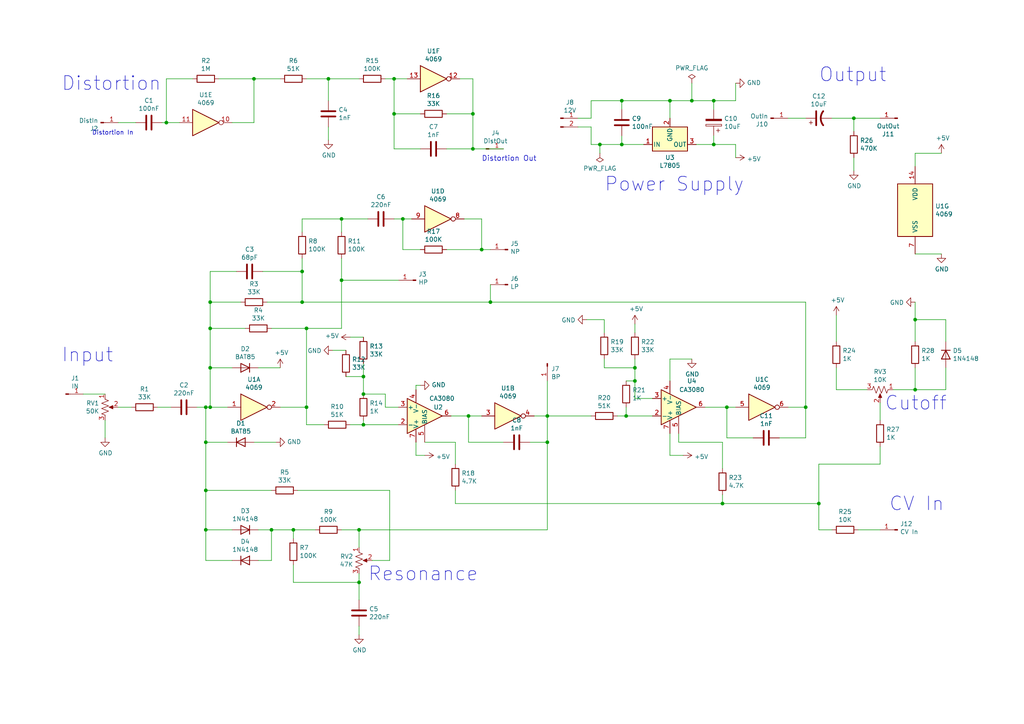
<source format=kicad_sch>
(kicad_sch (version 20230121) (generator eeschema)
  (paper "A4")
  (title_block (title "EDP Wasp VCF (+5V) ") (date "2019-12-19") (rev "0.1") (company "D Q McDonald") (comment 1 "Based on design by Juergen Haible"))
  (lib_symbols
    (symbol "4xxx:4069" (pin_names (offset 1.016))
      (property "Reference" "U" (at 0 1.27 0))
      (property "Value" "4069" (at 0 -1.27 0))
      (symbol "4069_1_0"
        (polyline (pts (xy -3.81 3.81) (xy -3.81 -3.81) (xy 3.81 0) (xy -3.81 3.81)) (stroke (width 0.254)) (fill (type background)))
        (pin input line (at -7.62 0 0) (length 3.81) (name "~") (number "1"))
        (pin output inverted (at 7.62 0 180) (length 3.81) (name "~") (number "2"))
      )
      (symbol "4069_2_0"
        (polyline (pts (xy -3.81 3.81) (xy -3.81 -3.81) (xy 3.81 0) (xy -3.81 3.81)) (stroke (width 0.254)) (fill (type background)))
        (pin input line (at -7.62 0 0) (length 3.81) (name "~") (number "3"))
        (pin output inverted (at 7.62 0 180) (length 3.81) (name "~") (number "4"))
      )
      (symbol "4069_3_0"
        (polyline (pts (xy -3.81 3.81) (xy -3.81 -3.81) (xy 3.81 0) (xy -3.81 3.81)) (stroke (width 0.254)) (fill (type background)))
        (pin input line (at -7.62 0 0) (length 3.81) (name "~") (number "5"))
        (pin output inverted (at 7.62 0 180) (length 3.81) (name "~") (number "6"))
      )
      (symbol "4069_4_0"
        (polyline (pts (xy -3.81 3.81) (xy -3.81 -3.81) (xy 3.81 0) (xy -3.81 3.81)) (stroke (width 0.254)) (fill (type background)))
        (pin output inverted (at 7.62 0 180) (length 3.81) (name "~") (number "8"))
        (pin input line (at -7.62 0 0) (length 3.81) (name "~") (number "9"))
      )
      (symbol "4069_5_0"
        (polyline (pts (xy -3.81 3.81) (xy -3.81 -3.81) (xy 3.81 0) (xy -3.81 3.81)) (stroke (width 0.254)) (fill (type background)))
        (pin output inverted (at 7.62 0 180) (length 3.81) (name "~") (number "10"))
        (pin input line (at -7.62 0 0) (length 3.81) (name "~") (number "11"))
      )
      (symbol "4069_6_0"
        (polyline (pts (xy -3.81 3.81) (xy -3.81 -3.81) (xy 3.81 0) (xy -3.81 3.81)) (stroke (width 0.254)) (fill (type background)))
        (pin output inverted (at 7.62 0 180) (length 3.81) (name "~") (number "12"))
        (pin input line (at -7.62 0 0) (length 3.81) (name "~") (number "13"))
      )
      (symbol "4069_7_0"
        (pin power_in line (at 0 12.7 270) (length 5.08) (name "VDD") (number "14"))
        (pin power_in line (at 0 -12.7 90) (length 5.08) (name "VSS") (number "7"))
      )
      (symbol "4069_7_1"
        (rectangle (start -5.08 7.62) (end 5.08 -7.62) (stroke (width 0.254)) (fill (type background)))
      )
    )
    (symbol "Amplifier_Operational:CA3080" (pin_names (offset 0.127))
      (property "Reference" "U" (at 1.27 3.81 0))
      (property "Value" "CA3080" (at 1.27 -3.81 0))
      (symbol "CA3080_0_1"
        (polyline (pts (xy 5.08 0) (xy -5.08 -5.08) (xy -5.08 5.08) (xy 5.08 0)) (stroke (width 0.254)) (fill (type background)))
      )
      (symbol "CA3080_1_1"
        (pin no_connect line (at -2.54 2.54 270) (length 2.54) hide (name "NC") (number "1"))
        (pin input line (at -7.62 2.54 0) (length 2.54) (name "-") (number "2"))
        (pin input line (at -7.62 -2.54 0) (length 2.54) (name "+") (number "3"))
        (pin power_in line (at -2.54 -7.62 90) (length 3.81) (name "V-") (number "4"))
        (pin passive line (at 0 7.62 270) (length 5.08) (name "BIAS") (number "5"))
        (pin output line (at 7.62 0 180) (length 2.54) (name "~") (number "6"))
        (pin power_in line (at -2.54 7.62 270) (length 3.81) (name "V+") (number "7"))
        (pin no_connect line (at 0 2.54 270) (length 2.54) hide (name "NC") (number "8"))
      )
    )
    (symbol "Device:C" (pin_numbers hide) (pin_names (offset 0.254))
      (property "Reference" "C" (at 0.635 2.54 0))
      (property "Value" "C" (at 0.635 -2.54 0))
      (symbol "C_0_1"
        (polyline (pts (xy -2.032 -0.762) (xy 2.032 -0.762)) (stroke (width 0.508)))
        (polyline (pts (xy -2.032 0.762) (xy 2.032 0.762)) (stroke (width 0.508)))
      )
      (symbol "C_1_1"
        (pin passive line (at 0 3.81 270) (length 2.794) (name "~") (number "1"))
        (pin passive line (at 0 -3.81 90) (length 2.794) (name "~") (number "2"))
      )
    )
    (symbol "Device:D" (pin_numbers hide) (pin_names (offset 1.016) hide)
      (property "Reference" "D" (at 0 2.54 0))
      (property "Value" "D" (at 0 -2.54 0))
      (symbol "D_0_1"
        (polyline (pts (xy -1.27 1.27) (xy -1.27 -1.27)) (stroke (width 0.254)))
        (polyline (pts (xy 1.27 0) (xy -1.27 0)))
        (polyline (pts (xy 1.27 1.27) (xy 1.27 -1.27) (xy -1.27 0) (xy 1.27 1.27)) (stroke (width 0.254)))
      )
      (symbol "D_1_1"
        (pin passive line (at -3.81 0 0) (length 2.54) (name "K") (number "1"))
        (pin passive line (at 3.81 0 180) (length 2.54) (name "A") (number "2"))
      )
    )
    (symbol "Device:R" (pin_numbers hide) (pin_names (offset 0))
      (property "Reference" "R" (at 2.032 0 90))
      (property "Value" "R" (at 0 0 90))
      (symbol "R_0_1"
        (rectangle (start -1.016 -2.54) (end 1.016 2.54) (stroke (width 0.254)))
      )
      (symbol "R_1_1"
        (pin passive line (at 0 3.81 270) (length 1.27) (name "~") (number "1"))
        (pin passive line (at 0 -3.81 90) (length 1.27) (name "~") (number "2"))
      )
    )
    (symbol "Regulator_Linear:L7805" (pin_names (offset 0.254))
      (property "Reference" "U" (at -3.81 3.175 0))
      (property "Value" "L7805" (at 0 3.175 0))
      (symbol "L7805_0_1"
        (rectangle (start -5.08 1.905) (end 5.08 -5.08) (stroke (width 0.254)) (fill (type background)))
      )
      (symbol "L7805_1_1"
        (pin power_in line (at -7.62 0 0) (length 2.54) (name "IN") (number "1"))
        (pin power_in line (at 0 -7.62 90) (length 2.54) (name "GND") (number "2"))
        (pin power_out line (at 7.62 0 180) (length 2.54) (name "OUT") (number "3"))
      )
    )
    (symbol "WaspVCF-rescue:CP-Device" (pin_numbers hide) (pin_names (offset 0.254))
      (property "Reference" "C" (at 0.635 2.54 0))
      (property "Value" "Device_CP" (at 0.635 -2.54 0))
      (symbol "CP-Device_0_1"
        (rectangle (start -2.286 0.508) (end 2.286 1.016))
        (polyline (pts (xy -1.778 2.286) (xy -0.762 2.286)))
        (polyline (pts (xy -1.27 2.794) (xy -1.27 1.778)))
        (rectangle (start 2.286 -0.508) (end -2.286 -1.016) (fill (type outline)))
      )
      (symbol "CP-Device_1_1"
        (pin passive line (at 0 3.81 270) (length 2.794) (name "~") (number "1"))
        (pin passive line (at 0 -3.81 90) (length 2.794) (name "~") (number "2"))
      )
    )
    (symbol "WaspVCF-rescue:CP1-Device" (pin_numbers hide) (pin_names (offset 0.254) hide)
      (property "Reference" "C" (at 0.635 2.54 0))
      (property "Value" "Device_CP1" (at 0.635 -2.54 0))
      (symbol "CP1-Device_0_1"
        (polyline (pts (xy -2.032 0.762) (xy 2.032 0.762)) (stroke (width 0.508)))
        (polyline (pts (xy -1.778 2.286) (xy -0.762 2.286)))
        (polyline (pts (xy -1.27 1.778) (xy -1.27 2.794)))
        (arc (start 2.032 -1.27) (mid 0 -0.5572) (end -2.032 -1.27) (stroke (width 0.508)))
      )
      (symbol "CP1-Device_1_1"
        (pin passive line (at 0 3.81 270) (length 2.794) (name "~") (number "1"))
        (pin passive line (at 0 -3.81 90) (length 3.302) (name "~") (number "2"))
      )
    )
    (symbol "WaspVCF-rescue:Conn_01x01_Male-Connector" (pin_names (offset 1.016) hide)
      (property "Reference" "J" (at 0 2.54 0))
      (property "Value" "Connector_Conn_01x01_Male" (at 0 -2.54 0))
      (symbol "Conn_01x01_Male-Connector_1_1"
        (polyline (pts (xy 1.27 0) (xy 0.8636 0)) (stroke (width 0.1524)))
        (rectangle (start 0.8636 0.127) (end 0 -0.127) (stroke (width 0.1524)) (fill (type outline)))
        (pin passive line (at 5.08 0 180) (length 3.81) (name "Pin_1") (number "1"))
      )
    )
    (symbol "WaspVCF-rescue:Conn_01x02_Male-Connector" (pin_names (offset 1.016) hide)
      (property "Reference" "J" (at 0 2.54 0))
      (property "Value" "Connector_Conn_01x02_Male" (at 0 -5.08 0))
      (symbol "Conn_01x02_Male-Connector_1_1"
        (polyline (pts (xy 1.27 -2.54) (xy 0.8636 -2.54)) (stroke (width 0.1524)))
        (polyline (pts (xy 1.27 0) (xy 0.8636 0)) (stroke (width 0.1524)))
        (rectangle (start 0.8636 -2.413) (end 0 -2.667) (stroke (width 0.1524)) (fill (type outline)))
        (rectangle (start 0.8636 0.127) (end 0 -0.127) (stroke (width 0.1524)) (fill (type outline)))
        (pin passive line (at 5.08 0 180) (length 3.81) (name "Pin_1") (number "1"))
        (pin passive line (at 5.08 -2.54 180) (length 3.81) (name "Pin_2") (number "2"))
      )
    )
    (symbol "WaspVCF-rescue:R_POT_US-Device" (pin_names (offset 1.016) hide)
      (property "Reference" "RV" (at -4.445 0 90))
      (property "Value" "Device_R_POT_US" (at -2.54 0 90))
      (symbol "R_POT_US-Device_0_1"
        (polyline (pts (xy 0 -2.286) (xy 0 -2.54)))
        (polyline (pts (xy 0 2.54) (xy 0 2.286)))
        (polyline (pts (xy 2.54 0) (xy 1.524 0)))
        (polyline (pts (xy 1.143 0) (xy 2.286 0.508) (xy 2.286 -0.508) (xy 1.143 0)) (fill (type outline)))
        (polyline (pts (xy 0 -0.762) (xy 1.016 -1.143) (xy 0 -1.524) (xy -1.016 -1.905) (xy 0 -2.286)))
        (polyline (pts (xy 0 0.762) (xy 1.016 0.381) (xy 0 0) (xy -1.016 -0.381) (xy 0 -0.762)))
        (polyline (pts (xy 0 2.286) (xy 1.016 1.905) (xy 0 1.524) (xy -1.016 1.143) (xy 0 0.762)))
      )
      (symbol "R_POT_US-Device_1_1"
        (pin passive line (at 0 3.81 270) (length 1.27) (name "1") (number "1"))
        (pin passive line (at 3.81 0 180) (length 1.27) (name "2") (number "2"))
        (pin passive line (at 0 -3.81 90) (length 1.27) (name "3") (number "3"))
      )
    )
    (symbol "power:+5V" (power) (pin_names (offset 0))
      (property "Value" "+5V" (at 0 3.556 0))
      (symbol "+5V_0_1"
        (polyline (pts (xy -0.762 1.27) (xy 0 2.54)))
        (polyline (pts (xy 0 0) (xy 0 2.54)))
        (polyline (pts (xy 0 2.54) (xy 0.762 1.27)))
      )
      (symbol "+5V_1_1"
        (pin power_in line (at 0 0 90) (length 0) hide (name "+5V") (number "1"))
      )
    )
    (symbol "power:GND" (power) (pin_names (offset 0))
      (property "Value" "GND" (at 0 -3.81 0))
      (symbol "GND_0_1"
        (polyline (pts (xy 0 0) (xy 0 -1.27) (xy 1.27 -1.27) (xy 0 -2.54) (xy -1.27 -1.27) (xy 0 -1.27)))
      )
      (symbol "GND_1_1"
        (pin power_in line (at 0 0 270) (length 0) hide (name "GND") (number "1"))
      )
    )
    (symbol "power:PWR_FLAG" (power) (pin_numbers hide) (pin_names (offset 0) hide)
      (property "Value" "PWR_FLAG" (at 0 3.81 0))
      (symbol "PWR_FLAG_0_0"
        (pin power_out line (at 0 0 90) (length 0) (name "pwr") (number "1"))
      )
      (symbol "PWR_FLAG_0_1"
        (polyline (pts (xy 0 0) (xy 0 1.27) (xy -1.016 1.905) (xy 0 2.54) (xy 1.016 1.905) (xy 0 1.27)))
      )
    )
  )
  (junction (at 184.15 110.49))
  (junction (at 105.41 123.19))
  (junction (at 87.63 78.74))
  (junction (at 99.06 63.5))
  (junction (at 200.66 29.21))
  (junction (at 60.96 87.63))
  (junction (at 265.43 92.71))
  (junction (at 73.66 22.86))
  (junction (at 78.74 153.67))
  (junction (at 104.14 168.91))
  (junction (at 99.06 81.28))
  (junction (at 88.9 95.25))
  (junction (at 233.68 118.11))
  (junction (at 105.41 114.3))
  (junction (at 88.9 118.11))
  (junction (at 265.43 113.03))
  (junction (at 247.65 34.29))
  (junction (at 59.69 118.11))
  (junction (at 207.01 29.21))
  (junction (at 104.14 153.67))
  (junction (at 85.09 153.67))
  (junction (at 60.96 95.25))
  (junction (at 114.3 33.02))
  (junction (at 59.69 153.67))
  (junction (at 105.41 109.22))
  (junction (at 87.63 87.63))
  (junction (at 60.96 106.68))
  (junction (at 180.34 41.91))
  (junction (at 59.69 128.27))
  (junction (at 114.3 22.86))
  (junction (at 180.34 29.21))
  (junction (at 158.75 128.27))
  (junction (at 116.84 63.5))
  (junction (at 137.16 43.18))
  (junction (at 210.82 118.11))
  (junction (at 142.24 87.63))
  (junction (at 209.55 146.05))
  (junction (at 60.96 118.11))
  (junction (at 184.15 106.68))
  (junction (at 194.31 29.21))
  (junction (at 95.25 22.86))
  (junction (at 207.01 41.91))
  (junction (at 48.26 35.56))
  (junction (at 181.61 120.65))
  (junction (at 173.99 41.91))
  (junction (at 139.7 72.39))
  (junction (at 237.49 146.05))
  (junction (at 59.69 142.24))
  (junction (at 135.89 120.65))
  (junction (at 137.16 33.02))
  (junction (at 158.75 120.65))
  (wire (pts (xy 101.6 123.19) (xy 105.41 123.19)))
  (wire (pts (xy 171.45 36.83) (xy 167.64 36.83)))
  (wire (pts (xy 115.57 118.11) (xy 111.76 118.11)))
  (wire (pts (xy 184.15 110.49) (xy 184.15 115.57)))
  (wire (pts (xy 184.15 96.52) (xy 184.15 93.98)))
  (wire (pts (xy 180.34 29.21) (xy 194.31 29.21)))
  (wire (pts (xy 200.66 29.21) (xy 200.66 24.13)))
  (wire (pts (xy 209.55 143.51) (xy 209.55 146.05)))
  (wire (pts (xy 265.43 92.71) (xy 265.43 87.63)))
  (wire (pts (xy 78.74 95.25) (xy 88.9 95.25)))
  (wire (pts (xy 233.68 118.11) (xy 228.6 118.11)))
  (wire (pts (xy 200.66 29.21) (xy 207.01 29.21)))
  (wire (pts (xy 171.45 41.91) (xy 171.45 36.83)))
  (wire (pts (xy 132.08 128.27) (xy 132.08 134.62)))
  (wire (pts (xy 120.65 113.03) (xy 120.65 111.76)))
  (wire (pts (xy 104.14 168.91) (xy 104.14 173.99)))
  (wire (pts (xy 73.66 22.86) (xy 73.66 35.56)))
  (wire (pts (xy 99.06 63.5) (xy 106.68 63.5)))
  (wire (pts (xy 201.93 41.91) (xy 207.01 41.91)))
  (wire (pts (xy 123.19 128.27) (xy 132.08 128.27)))
  (wire (pts (xy 184.15 106.68) (xy 175.26 106.68)))
  (wire (pts (xy 242.57 113.03) (xy 242.57 106.68)))
  (wire (pts (xy 74.93 106.68) (xy 81.28 106.68)))
  (wire (pts (xy 57.15 118.11) (xy 59.69 118.11)))
  (wire (pts (xy 194.31 104.14) (xy 200.66 104.14)))
  (wire (pts (xy 88.9 95.25) (xy 99.06 95.25)))
  (wire (pts (xy 48.26 35.56) (xy 48.26 22.86)))
  (wire (pts (xy 104.14 168.91) (xy 85.09 168.91)))
  (wire (pts (xy 137.16 22.86) (xy 133.35 22.86)))
  (wire (pts (xy 73.66 22.86) (xy 81.28 22.86)))
  (wire (pts (xy 59.69 153.67) (xy 59.69 162.56)))
  (wire (pts (xy 48.26 22.86) (xy 55.88 22.86)))
  (wire (pts (xy 104.14 153.67) (xy 158.75 153.67)))
  (wire (pts (xy 241.3 34.29) (xy 247.65 34.29)))
  (wire (pts (xy 116.84 72.39) (xy 121.92 72.39)))
  (wire (pts (xy 78.74 153.67) (xy 85.09 153.67)))
  (wire (pts (xy 129.54 33.02) (xy 137.16 33.02)))
  (wire (pts (xy 158.75 120.65) (xy 158.75 128.27)))
  (wire (pts (xy 60.96 106.68) (xy 67.31 106.68)))
  (wire (pts (xy 179.07 120.65) (xy 181.61 120.65)))
  (wire (pts (xy 30.48 121.92) (xy 30.48 127)))
  (wire (pts (xy 95.25 36.83) (xy 95.25 40.64)))
  (wire (pts (xy 207.01 29.21) (xy 213.36 29.21)))
  (wire (pts (xy 132.08 146.05) (xy 209.55 146.05)))
  (wire (pts (xy 207.01 41.91) (xy 207.01 39.37)))
  (wire (pts (xy 137.16 33.02) (xy 137.16 22.86)))
  (wire (pts (xy 113.03 162.56) (xy 113.03 142.24)))
  (wire (pts (xy 60.96 87.63) (xy 69.85 87.63)))
  (wire (pts (xy 135.89 120.65) (xy 135.89 128.27)))
  (wire (pts (xy 114.3 22.86) (xy 114.3 33.02)))
  (wire (pts (xy 100.33 101.6) (xy 96.52 101.6)))
  (wire (pts (xy 158.75 120.65) (xy 158.75 110.49)))
  (wire (pts (xy 233.68 118.11) (xy 233.68 87.63)))
  (wire (pts (xy 194.31 125.73) (xy 194.31 132.08)))
  (wire (pts (xy 129.54 72.39) (xy 139.7 72.39)))
  (wire (pts (xy 60.96 95.25) (xy 71.12 95.25)))
  (wire (pts (xy 181.61 110.49) (xy 184.15 110.49)))
  (wire (pts (xy 104.14 181.61) (xy 104.14 184.15)))
  (wire (pts (xy 139.7 72.39) (xy 142.24 72.39)))
  (wire (pts (xy 78.74 162.56) (xy 78.74 153.67)))
  (wire (pts (xy 248.92 153.67) (xy 255.27 153.67)))
  (wire (pts (xy 228.6 34.29) (xy 233.68 34.29)))
  (wire (pts (xy 60.96 106.68) (xy 60.96 118.11)))
  (wire (pts (xy 77.47 87.63) (xy 87.63 87.63)))
  (wire (pts (xy 171.45 34.29) (xy 167.64 34.29)))
  (wire (pts (xy 59.69 128.27) (xy 59.69 142.24)))
  (wire (pts (xy 99.06 63.5) (xy 99.06 67.31)))
  (wire (pts (xy 88.9 123.19) (xy 93.98 123.19)))
  (wire (pts (xy 95.25 22.86) (xy 95.25 29.21)))
  (wire (pts (xy 78.74 153.67) (xy 74.93 153.67)))
  (wire (pts (xy 48.26 35.56) (xy 46.99 35.56)))
  (wire (pts (xy 209.55 146.05) (xy 237.49 146.05)))
  (wire (pts (xy 274.32 92.71) (xy 274.32 99.06)))
  (wire (pts (xy 104.14 166.37) (xy 104.14 168.91)))
  (wire (pts (xy 259.08 113.03) (xy 265.43 113.03)))
  (wire (pts (xy 59.69 153.67) (xy 67.31 153.67)))
  (wire (pts (xy 175.26 92.71) (xy 170.18 92.71)))
  (wire (pts (xy 233.68 127) (xy 233.68 118.11)))
  (wire (pts (xy 105.41 109.22) (xy 100.33 109.22)))
  (wire (pts (xy 175.26 96.52) (xy 175.26 92.71)))
  (wire (pts (xy 24.13 114.3) (xy 30.48 114.3)))
  (wire (pts (xy 132.08 142.24) (xy 132.08 146.05)))
  (wire (pts (xy 60.96 87.63) (xy 60.96 95.25)))
  (wire (pts (xy 113.03 142.24) (xy 86.36 142.24)))
  (wire (pts (xy 247.65 34.29) (xy 247.65 38.1)))
  (wire (pts (xy 105.41 109.22) (xy 105.41 105.41)))
  (wire (pts (xy 184.15 110.49) (xy 184.15 106.68)))
  (wire (pts (xy 265.43 113.03) (xy 274.32 113.03)))
  (wire (pts (xy 114.3 22.86) (xy 118.11 22.86)))
  (wire (pts (xy 60.96 118.11) (xy 66.04 118.11)))
  (wire (pts (xy 59.69 128.27) (xy 66.04 128.27)))
  (wire (pts (xy 196.85 125.73) (xy 196.85 128.27)))
  (wire (pts (xy 87.63 63.5) (xy 99.06 63.5)))
  (wire (pts (xy 154.94 120.65) (xy 158.75 120.65)))
  (wire (pts (xy 181.61 120.65) (xy 181.61 118.11)))
  (wire (pts (xy 85.09 153.67) (xy 91.44 153.67)))
  (wire (pts (xy 95.25 22.86) (xy 104.14 22.86)))
  (wire (pts (xy 135.89 120.65) (xy 139.7 120.65)))
  (wire (pts (xy 184.15 106.68) (xy 184.15 104.14)))
  (wire (pts (xy 87.63 67.31) (xy 87.63 63.5)))
  (wire (pts (xy 135.89 128.27) (xy 146.05 128.27)))
  (wire (pts (xy 175.26 106.68) (xy 175.26 104.14)))
  (wire (pts (xy 59.69 162.56) (xy 67.31 162.56)))
  (wire (pts (xy 107.95 162.56) (xy 113.03 162.56)))
  (wire (pts (xy 247.65 45.72) (xy 247.65 49.53)))
  (wire (pts (xy 105.41 123.19) (xy 115.57 123.19)))
  (wire (pts (xy 88.9 22.86) (xy 95.25 22.86)))
  (wire (pts (xy 237.49 134.62) (xy 237.49 146.05)))
  (wire (pts (xy 105.41 123.19) (xy 105.41 121.92)))
  (wire (pts (xy 153.67 128.27) (xy 158.75 128.27)))
  (wire (pts (xy 137.16 43.18) (xy 137.16 33.02)))
  (wire (pts (xy 213.36 41.91) (xy 213.36 45.72)))
  (wire (pts (xy 59.69 128.27) (xy 59.69 118.11)))
  (wire (pts (xy 181.61 120.65) (xy 189.23 120.65)))
  (wire (pts (xy 237.49 134.62) (xy 255.27 134.62)))
  (wire (pts (xy 114.3 33.02) (xy 121.92 33.02)))
  (wire (pts (xy 120.65 132.08) (xy 123.19 132.08)))
  (wire (pts (xy 142.24 87.63) (xy 142.24 82.55)))
  (wire (pts (xy 207.01 41.91) (xy 213.36 41.91)))
  (wire (pts (xy 99.06 81.28) (xy 99.06 95.25)))
  (wire (pts (xy 173.99 41.91) (xy 173.99 44.45)))
  (wire (pts (xy 87.63 78.74) (xy 87.63 87.63)))
  (wire (pts (xy 120.65 111.76) (xy 121.92 111.76)))
  (wire (pts (xy 210.82 127) (xy 218.44 127)))
  (wire (pts (xy 237.49 146.05) (xy 237.49 153.67)))
  (wire (pts (xy 116.84 63.5) (xy 116.84 72.39)))
  (wire (pts (xy 111.76 118.11) (xy 111.76 114.3)))
  (wire (pts (xy 114.3 33.02) (xy 114.3 43.18)))
  (wire (pts (xy 63.5 22.86) (xy 73.66 22.86)))
  (wire (pts (xy 242.57 99.06) (xy 242.57 91.44)))
  (wire (pts (xy 60.96 87.63) (xy 60.96 78.74)))
  (wire (pts (xy 88.9 118.11) (xy 88.9 123.19)))
  (wire (pts (xy 34.29 118.11) (xy 38.1 118.11)))
  (wire (pts (xy 74.93 162.56) (xy 78.74 162.56)))
  (wire (pts (xy 194.31 132.08) (xy 198.12 132.08)))
  (wire (pts (xy 142.24 87.63) (xy 87.63 87.63)))
  (wire (pts (xy 180.34 39.37) (xy 180.34 41.91)))
  (wire (pts (xy 265.43 73.66) (xy 273.05 73.66)))
  (wire (pts (xy 134.62 63.5) (xy 139.7 63.5)))
  (wire (pts (xy 45.72 118.11) (xy 49.53 118.11)))
  (wire (pts (xy 52.07 35.56) (xy 48.26 35.56)))
  (wire (pts (xy 233.68 87.63) (xy 142.24 87.63)))
  (wire (pts (xy 158.75 153.67) (xy 158.75 128.27)))
  (wire (pts (xy 226.06 127) (xy 233.68 127)))
  (wire (pts (xy 111.76 114.3) (xy 105.41 114.3)))
  (wire (pts (xy 247.65 34.29) (xy 255.27 34.29)))
  (wire (pts (xy 114.3 63.5) (xy 116.84 63.5)))
  (wire (pts (xy 255.27 121.92) (xy 255.27 116.84)))
  (wire (pts (xy 209.55 135.89) (xy 209.55 128.27)))
  (wire (pts (xy 87.63 78.74) (xy 87.63 74.93)))
  (wire (pts (xy 213.36 29.21) (xy 213.36 24.13)))
  (wire (pts (xy 105.41 114.3) (xy 105.41 109.22)))
  (wire (pts (xy 85.09 168.91) (xy 85.09 163.83)))
  (wire (pts (xy 265.43 92.71) (xy 265.43 99.06)))
  (wire (pts (xy 171.45 41.91) (xy 173.99 41.91)))
  (wire (pts (xy 210.82 118.11) (xy 213.36 118.11)))
  (wire (pts (xy 251.46 113.03) (xy 242.57 113.03)))
  (wire (pts (xy 111.76 22.86) (xy 114.3 22.86)))
  (wire (pts (xy 87.63 78.74) (xy 76.2 78.74)))
  (wire (pts (xy 139.7 63.5) (xy 139.7 72.39)))
  (wire (pts (xy 158.75 120.65) (xy 171.45 120.65)))
  (wire (pts (xy 129.54 43.18) (xy 137.16 43.18)))
  (wire (pts (xy 274.32 113.03) (xy 274.32 106.68)))
  (wire (pts (xy 85.09 153.67) (xy 85.09 156.21)))
  (wire (pts (xy 171.45 29.21) (xy 180.34 29.21)))
  (wire (pts (xy 73.66 128.27) (xy 80.01 128.27)))
  (wire (pts (xy 99.06 81.28) (xy 115.57 81.28)))
  (wire (pts (xy 171.45 29.21) (xy 171.45 34.29)))
  (wire (pts (xy 60.96 78.74) (xy 68.58 78.74)))
  (wire (pts (xy 73.66 35.56) (xy 67.31 35.56)))
  (wire (pts (xy 265.43 48.26) (xy 265.43 44.45)))
  (wire (pts (xy 60.96 95.25) (xy 60.96 106.68)))
  (wire (pts (xy 137.16 43.18) (xy 146.05 43.18)))
  (wire (pts (xy 180.34 31.75) (xy 180.34 29.21)))
  (wire (pts (xy 99.06 74.93) (xy 99.06 81.28)))
  (wire (pts (xy 210.82 118.11) (xy 210.82 127)))
  (wire (pts (xy 99.06 153.67) (xy 104.14 153.67)))
  (wire (pts (xy 130.81 120.65) (xy 135.89 120.65)))
  (wire (pts (xy 204.47 118.11) (xy 210.82 118.11)))
  (wire (pts (xy 114.3 43.18) (xy 121.92 43.18)))
  (wire (pts (xy 120.65 128.27) (xy 120.65 132.08)))
  (wire (pts (xy 59.69 142.24) (xy 78.74 142.24)))
  (wire (pts (xy 237.49 153.67) (xy 241.3 153.67)))
  (wire (pts (xy 255.27 134.62) (xy 255.27 129.54)))
  (wire (pts (xy 184.15 115.57) (xy 189.23 115.57)))
  (wire (pts (xy 265.43 92.71) (xy 274.32 92.71)))
  (wire (pts (xy 104.14 153.67) (xy 104.14 158.75)))
  (wire (pts (xy 265.43 113.03) (xy 265.43 106.68)))
  (wire (pts (xy 105.41 97.79) (xy 101.6 97.79)))
  (wire (pts (xy 59.69 118.11) (xy 60.96 118.11)))
  (wire (pts (xy 34.29 35.56) (xy 39.37 35.56)))
  (wire (pts (xy 173.99 41.91) (xy 180.34 41.91)))
  (wire (pts (xy 59.69 142.24) (xy 59.69 153.67)))
  (wire (pts (xy 194.31 34.29) (xy 194.31 29.21)))
  (wire (pts (xy 194.31 29.21) (xy 200.66 29.21)))
  (wire (pts (xy 180.34 41.91) (xy 186.69 41.91)))
  (wire (pts (xy 88.9 118.11) (xy 88.9 95.25)))
  (wire (pts (xy 116.84 63.5) (xy 119.38 63.5)))
  (wire (pts (xy 81.28 118.11) (xy 88.9 118.11)))
  (wire (pts (xy 207.01 29.21) (xy 207.01 31.75)))
  (wire (pts (xy 265.43 44.45) (xy 273.05 44.45)))
  (wire (pts (xy 196.85 128.27) (xy 209.55 128.27)))
  (wire (pts (xy 194.31 110.49) (xy 194.31 104.14)))
  (text "Input" (at 17.78 105.41 0) (effects (font (size 3.9878 3.9878)) (justify left bottom)))
  (text "Distortion In" (at 26.67 39.37 0) (effects (font (size 1.27 1.27)) (justify left bottom)))
  (text "CV In" (at 257.81 148.59 0) (effects (font (size 3.9878 3.9878)) (justify left bottom)))
  (text "Distortion Out" (at 139.7 46.99 0) (effects (font (size 1.4986 1.4986)) (justify left bottom)))
  (text "Distortion" (at 17.78 26.67 0) (effects (font (size 3.9878 3.9878)) (justify left bottom)))
  (text "Cutoff" (at 256.54 119.38 0) (effects (font (size 3.9878 3.9878)) (justify left bottom)))
  (text "Resonance" (at 106.68 168.91 0) (effects (font (size 3.9878 3.9878)) (justify left bottom)))
  (text "Power Supply" (at 175.26 55.88 0) (effects (font (size 3.9878 3.9878)) (justify left bottom)))
  (text "Output" (at 237.49 24.13 0) (effects (font (size 3.9878 3.9878)) (justify left bottom)))
  (symbol (lib_id "4xxx:4069") (at 59.69 35.56 0) (unit 5)
    (property "Reference" "U1" (at 59.69 27.5082 0))
    (property "Value" "4069" (at 59.69 29.8196 0))
    (property "Footprint" "Housings_DIP:DIP-14_W7.62mm_Socket_LongPads" (effects hide))
    (property "Datasheet" "http://www.intersil.com/content/dam/Intersil/documents/cd40/cd4069ubms.pdf" (effects hide))
  )
  (symbol (lib_id "Device:C") (at 43.18 35.56 270) (unit 1)
    (property "Reference" "C1" (at 43.18 29.1592 90))
    (property "Value" "100nF" (at 43.18 31.4706 90))
    (property "Footprint" "Capacitors_ThroughHole:C_Disc_D6.0mm_W2.5mm_P5.00mm" (effects hide))
  )
  (symbol (lib_id "WaspVCF-rescue:Conn_01x01_Male-Connector") (at 29.21 35.56 0) (unit 1)
    (property "Reference" "J2" (at 28.4988 37.2872 0) (effects (justify right)))
    (property "Value" "DistIn" (at 28.4988 34.9758 0) (effects (justify right)))
    (property "Footprint" "Pin_Headers:Pin_Header_Straight_1x01_Pitch2.54mm" (effects hide))
  )
  (symbol (lib_id "Device:R") (at 59.69 22.86 270) (unit 1)
    (property "Reference" "R2" (at 59.69 17.6022 90))
    (property "Value" "1M" (at 59.69 19.9136 90))
    (property "Footprint" "Resistors_ThroughHole:R_Axial_DIN0207_L6.3mm_D2.5mm_P7.62mm_Horizontal" (effects hide))
  )
  (symbol (lib_id "Device:R") (at 85.09 22.86 270) (unit 1)
    (property "Reference" "R6" (at 85.09 17.6022 90))
    (property "Value" "51K" (at 85.09 19.9136 90))
    (property "Footprint" "Resistors_ThroughHole:R_Axial_DIN0207_L6.3mm_D2.5mm_P7.62mm_Horizontal" (effects hide))
  )
  (symbol (lib_id "Device:C") (at 95.25 33.02 0) (unit 1)
    (property "Reference" "C4" (at 98.171 31.8516 0) (effects (justify left)))
    (property "Value" "1nF" (at 98.171 34.163 0) (effects (justify left)))
    (property "Footprint" "Capacitors_ThroughHole:C_Disc_D6.0mm_W2.5mm_P5.00mm" (effects hide))
  )
  (symbol (lib_id "power:GND") (at 95.25 40.64 0) (unit 1)
    (property "Reference" "#PWR04" (effects hide))
    (property "Value" "GND" (at 95.377 45.0342 0))
  )
  (symbol (lib_id "Device:R") (at 107.95 22.86 270) (unit 1)
    (property "Reference" "R15" (at 107.95 17.6022 90))
    (property "Value" "100K" (at 107.95 19.9136 90))
    (property "Footprint" "Resistors_ThroughHole:R_Axial_DIN0207_L6.3mm_D2.5mm_P7.62mm_Horizontal" (effects hide))
  )
  (symbol (lib_id "4xxx:4069") (at 125.73 22.86 0) (unit 6)
    (property "Reference" "U1" (at 125.73 14.8082 0))
    (property "Value" "4069" (at 125.73 17.1196 0))
    (property "Footprint" "Housings_DIP:DIP-14_W7.62mm_Socket_LongPads" (effects hide))
    (property "Datasheet" "http://www.intersil.com/content/dam/Intersil/documents/cd40/cd4069ubms.pdf" (effects hide))
  )
  (symbol (lib_id "Device:R") (at 125.73 33.02 270) (unit 1)
    (property "Reference" "R16" (at 125.73 27.7622 90))
    (property "Value" "33K" (at 125.73 30.0736 90))
    (property "Footprint" "Resistors_ThroughHole:R_Axial_DIN0207_L6.3mm_D2.5mm_P7.62mm_Horizontal" (effects hide))
  )
  (symbol (lib_id "Device:C") (at 125.73 43.18 270) (unit 1)
    (property "Reference" "C7" (at 125.73 36.7792 90))
    (property "Value" "1nF" (at 125.73 39.0906 90))
    (property "Footprint" "Capacitors_ThroughHole:C_Disc_D6.0mm_W2.5mm_P5.00mm" (effects hide))
  )
  (symbol (lib_id "WaspVCF-rescue:Conn_01x01_Male-Connector") (at 140.97 43.18 0) (unit 1)
    (property "Reference" "J4" (at 143.7132 38.5826 0))
    (property "Value" "DistOut" (at 143.7132 40.894 0))
    (property "Footprint" "Pin_Headers:Pin_Header_Straight_1x01_Pitch2.54mm" (effects hide))
  )
  (symbol (lib_id "WaspVCF-rescue:Conn_01x01_Male-Connector") (at 223.52 34.29 0) (unit 1)
    (property "Reference" "J10" (at 222.8088 36.0172 0) (effects (justify right)))
    (property "Value" "OutIn" (at 222.8088 33.7058 0) (effects (justify right)))
    (property "Footprint" "Pin_Headers:Pin_Header_Straight_1x01_Pitch2.54mm" (effects hide))
  )
  (symbol (lib_id "WaspVCF-rescue:CP1-Device") (at 237.49 34.29 90) (unit 1)
    (property "Reference" "C12" (at 237.49 27.8892 90))
    (property "Value" "10uF" (at 237.49 30.2006 90))
    (property "Footprint" "Capacitors_ThroughHole:CP_Radial_D5.0mm_P2.50mm" (effects hide))
  )
  (symbol (lib_id "Device:R") (at 247.65 41.91 0) (unit 1)
    (property "Reference" "R26" (at 249.428 40.7416 0) (effects (justify left)))
    (property "Value" "470K" (at 249.428 43.053 0) (effects (justify left)))
    (property "Footprint" "Resistors_ThroughHole:R_Axial_DIN0207_L6.3mm_D2.5mm_P7.62mm_Horizontal" (effects hide))
  )
  (symbol (lib_id "WaspVCF-rescue:Conn_01x01_Male-Connector") (at 260.35 34.29 180) (unit 1)
    (property "Reference" "J11" (at 257.6068 38.8874 0))
    (property "Value" "OutOut" (at 257.6068 36.576 0))
    (property "Footprint" "Pin_Headers:Pin_Header_Straight_1x01_Pitch2.54mm" (effects hide))
  )
  (symbol (lib_id "power:GND") (at 247.65 49.53 0) (unit 1)
    (property "Reference" "#PWR017" (effects hide))
    (property "Value" "GND" (at 247.777 53.9242 0))
  )
  (symbol (lib_id "WaspVCF-rescue:Conn_01x01_Male-Connector") (at 19.05 114.3 0) (unit 1)
    (property "Reference" "J1" (at 21.7932 109.7026 0))
    (property "Value" "IN" (at 21.7932 112.014 0))
    (property "Footprint" "Pin_Headers:Pin_Header_Straight_1x01_Pitch2.54mm" (effects hide))
  )
  (symbol (lib_id "WaspVCF-rescue:R_POT_US-Device") (at 30.48 118.11 0) (unit 1)
    (property "Reference" "RV1" (at 28.7782 116.9416 0) (effects (justify right)))
    (property "Value" "50K" (at 28.7782 119.253 0) (effects (justify right)))
    (property "Footprint" "Pin_Headers:Pin_Header_Straight_1x03_Pitch2.54mm" (effects hide))
  )
  (symbol (lib_id "power:GND") (at 30.48 127 0) (unit 1)
    (property "Reference" "#PWR01" (effects hide))
    (property "Value" "GND" (at 30.607 131.3942 0))
  )
  (symbol (lib_id "Device:R") (at 41.91 118.11 270) (unit 1)
    (property "Reference" "R1" (at 41.91 112.8522 90))
    (property "Value" "33K" (at 41.91 115.1636 90))
    (property "Footprint" "Resistors_ThroughHole:R_Axial_DIN0207_L6.3mm_D2.5mm_P7.62mm_Horizontal" (effects hide))
  )
  (symbol (lib_id "Device:C") (at 53.34 118.11 270) (unit 1)
    (property "Reference" "C2" (at 53.34 111.7092 90))
    (property "Value" "220nF" (at 53.34 114.0206 90))
    (property "Footprint" "Capacitors_ThroughHole:C_Disc_D6.0mm_W2.5mm_P5.00mm" (effects hide))
  )
  (symbol (lib_id "4xxx:4069") (at 73.66 118.11 0) (unit 1)
    (property "Reference" "U1" (at 73.66 110.0582 0))
    (property "Value" "4069" (at 73.66 112.3696 0))
    (property "Footprint" "Housings_DIP:DIP-14_W7.62mm_Socket_LongPads" (effects hide))
    (property "Datasheet" "http://www.intersil.com/content/dam/Intersil/documents/cd40/cd4069ubms.pdf" (effects hide))
  )
  (symbol (lib_id "Device:D") (at 71.12 106.68 180) (unit 1)
    (property "Reference" "D2" (at 71.12 101.1936 0))
    (property "Value" "BAT85" (at 71.12 103.505 0))
    (property "Footprint" "Diodes_ThroughHole:D_T-1_P5.08mm_Horizontal" (effects hide))
  )
  (symbol (lib_id "Device:D") (at 69.85 128.27 0) (unit 1)
    (property "Reference" "D1" (at 69.85 122.7836 0))
    (property "Value" "BAT85" (at 69.85 125.095 0))
    (property "Footprint" "Diodes_ThroughHole:D_T-1_P5.08mm_Horizontal" (effects hide))
  )
  (symbol (lib_id "power:+5V") (at 81.28 106.68 0) (unit 1)
    (property "Reference" "#PWR03" (effects hide))
    (property "Value" "+5V" (at 81.661 102.2858 0))
  )
  (symbol (lib_id "power:GND") (at 80.01 128.27 90) (unit 1)
    (property "Reference" "#PWR02" (effects hide))
    (property "Value" "GND" (at 83.2612 128.143 90) (effects (justify right)))
  )
  (symbol (lib_id "Device:R") (at 74.93 95.25 270) (unit 1)
    (property "Reference" "R4" (at 74.93 89.9922 90))
    (property "Value" "33K" (at 74.93 92.3036 90))
    (property "Footprint" "Resistors_ThroughHole:R_Axial_DIN0207_L6.3mm_D2.5mm_P7.62mm_Horizontal" (effects hide))
  )
  (symbol (lib_id "Device:R") (at 73.66 87.63 270) (unit 1)
    (property "Reference" "R3" (at 73.66 82.3722 90))
    (property "Value" "33K" (at 73.66 84.6836 90))
    (property "Footprint" "Resistors_ThroughHole:R_Axial_DIN0207_L6.3mm_D2.5mm_P7.62mm_Horizontal" (effects hide))
  )
  (symbol (lib_id "Device:C") (at 72.39 78.74 270) (unit 1)
    (property "Reference" "C3" (at 72.39 72.3392 90))
    (property "Value" "68pF" (at 72.39 74.6506 90))
    (property "Footprint" "Capacitors_ThroughHole:C_Disc_D6.0mm_W2.5mm_P5.00mm" (effects hide))
  )
  (symbol (lib_id "Device:R") (at 87.63 71.12 0) (unit 1)
    (property "Reference" "R8" (at 89.408 69.9516 0) (effects (justify left)))
    (property "Value" "100K" (at 89.408 72.263 0) (effects (justify left)))
    (property "Footprint" "Resistors_ThroughHole:R_Axial_DIN0207_L6.3mm_D2.5mm_P7.62mm_Horizontal" (effects hide))
  )
  (symbol (lib_id "Device:C") (at 149.86 128.27 270) (unit 1)
    (property "Reference" "C8" (at 149.86 121.8692 90))
    (property "Value" "1nF" (at 149.86 124.1806 90))
    (property "Footprint" "Capacitors_ThroughHole:C_Disc_D6.0mm_W2.5mm_P5.00mm" (effects hide))
  )
  (symbol (lib_id "Device:R") (at 99.06 71.12 0) (unit 1)
    (property "Reference" "R11" (at 100.838 69.9516 0) (effects (justify left)))
    (property "Value" "100K" (at 100.838 72.263 0) (effects (justify left)))
    (property "Footprint" "Resistors_ThroughHole:R_Axial_DIN0207_L6.3mm_D2.5mm_P7.62mm_Horizontal" (effects hide))
  )
  (symbol (lib_id "Device:C") (at 110.49 63.5 270) (unit 1)
    (property "Reference" "C6" (at 110.49 57.0992 90))
    (property "Value" "220nF" (at 110.49 59.4106 90))
    (property "Footprint" "Capacitors_ThroughHole:C_Disc_D6.0mm_W2.5mm_P5.00mm" (effects hide))
  )
  (symbol (lib_id "4xxx:4069") (at 127 63.5 0) (unit 4)
    (property "Reference" "U1" (at 127 55.4482 0))
    (property "Value" "4069" (at 127 57.7596 0))
    (property "Footprint" "Housings_DIP:DIP-14_W7.62mm_Socket_LongPads" (effects hide))
    (property "Datasheet" "http://www.intersil.com/content/dam/Intersil/documents/cd40/cd4069ubms.pdf" (effects hide))
  )
  (symbol (lib_id "Device:R") (at 125.73 72.39 270) (unit 1)
    (property "Reference" "R17" (at 125.73 67.1322 90))
    (property "Value" "100K" (at 125.73 69.4436 90))
    (property "Footprint" "Resistors_ThroughHole:R_Axial_DIN0207_L6.3mm_D2.5mm_P7.62mm_Horizontal" (effects hide))
  )
  (symbol (lib_id "WaspVCF-rescue:Conn_01x01_Male-Connector") (at 158.75 105.41 270) (unit 1)
    (property "Reference" "J7" (at 159.8676 106.9848 90) (effects (justify left)))
    (property "Value" "BP" (at 159.8676 109.2962 90) (effects (justify left)))
    (property "Footprint" "Pin_Headers:Pin_Header_Straight_1x01_Pitch2.54mm" (effects hide))
  )
  (symbol (lib_id "Device:D") (at 71.12 153.67 180) (unit 1)
    (property "Reference" "D3" (at 71.12 148.1836 0))
    (property "Value" "1N4148" (at 71.12 150.495 0))
    (property "Footprint" "Diodes_ThroughHole:D_T-1_P5.08mm_Horizontal" (effects hide))
  )
  (symbol (lib_id "WaspVCF-rescue:Conn_01x01_Male-Connector") (at 147.32 72.39 180) (unit 1)
    (property "Reference" "J5" (at 148.0312 70.6628 0) (effects (justify right)))
    (property "Value" "NP" (at 148.0312 72.9742 0) (effects (justify right)))
    (property "Footprint" "Pin_Headers:Pin_Header_Straight_1x01_Pitch2.54mm" (effects hide))
  )
  (symbol (lib_id "Device:D") (at 71.12 162.56 0) (unit 1)
    (property "Reference" "D4" (at 71.12 157.0736 0))
    (property "Value" "1N4148" (at 71.12 159.385 0))
    (property "Footprint" "Diodes_ThroughHole:D_T-1_P5.08mm_Horizontal" (effects hide))
  )
  (symbol (lib_id "Device:R") (at 175.26 120.65 270) (unit 1)
    (property "Reference" "R20" (at 175.26 115.3922 90))
    (property "Value" "51K" (at 175.26 117.7036 90))
    (property "Footprint" "Resistors_ThroughHole:R_Axial_DIN0207_L6.3mm_D2.5mm_P7.62mm_Horizontal" (effects hide))
  )
  (symbol (lib_id "Amplifier_Operational:CA3080") (at 196.85 118.11 0) (mirror x) (unit 1)
    (property "Reference" "U4" (at 200.66 110.49 0))
    (property "Value" "CA3080" (at 200.66 113.03 0))
    (property "Footprint" "Housings_DIP:DIP-8_W7.62mm_LongPads" (effects hide))
    (property "Datasheet" "http://www.intersil.com/content/dam/Intersil/documents/ca30/ca3080-a.pdf" (effects hide))
  )
  (symbol (lib_id "Device:R") (at 82.55 142.24 270) (unit 1)
    (property "Reference" "R5" (at 82.55 136.9822 90))
    (property "Value" "33K" (at 82.55 139.2936 90))
    (property "Footprint" "Resistors_ThroughHole:R_Axial_DIN0207_L6.3mm_D2.5mm_P7.62mm_Horizontal" (effects hide))
  )
  (symbol (lib_id "power:+5V") (at 198.12 132.08 270) (unit 1)
    (property "Reference" "#PWR012" (effects hide))
    (property "Value" "+5V" (at 201.3712 132.461 90) (effects (justify left)))
  )
  (symbol (lib_id "Device:R") (at 95.25 153.67 270) (unit 1)
    (property "Reference" "R9" (at 95.25 148.4122 90))
    (property "Value" "100K" (at 95.25 150.7236 90))
    (property "Footprint" "Resistors_ThroughHole:R_Axial_DIN0207_L6.3mm_D2.5mm_P7.62mm_Horizontal" (effects hide))
  )
  (symbol (lib_id "Device:R") (at 132.08 138.43 0) (unit 1)
    (property "Reference" "R18" (at 133.858 137.2616 0) (effects (justify left)))
    (property "Value" "4.7K" (at 133.858 139.573 0) (effects (justify left)))
    (property "Footprint" "Resistors_ThroughHole:R_Axial_DIN0207_L6.3mm_D2.5mm_P7.62mm_Horizontal" (effects hide))
  )
  (symbol (lib_id "Device:R") (at 209.55 139.7 0) (unit 1)
    (property "Reference" "R23" (at 211.328 138.5316 0) (effects (justify left)))
    (property "Value" "4.7K" (at 211.328 140.843 0) (effects (justify left)))
    (property "Footprint" "Resistors_ThroughHole:R_Axial_DIN0207_L6.3mm_D2.5mm_P7.62mm_Horizontal" (effects hide))
  )
  (symbol (lib_id "Device:R") (at 85.09 160.02 0) (unit 1)
    (property "Reference" "R7" (at 86.868 158.8516 0) (effects (justify left)))
    (property "Value" "100K" (at 86.868 161.163 0) (effects (justify left)))
    (property "Footprint" "Resistors_ThroughHole:R_Axial_DIN0207_L6.3mm_D2.5mm_P7.62mm_Horizontal" (effects hide))
  )
  (symbol (lib_id "Device:R") (at 97.79 123.19 270) (unit 1)
    (property "Reference" "R10" (at 97.79 117.9322 90))
    (property "Value" "51K" (at 97.79 120.2436 90))
    (property "Footprint" "Resistors_ThroughHole:R_Axial_DIN0207_L6.3mm_D2.5mm_P7.62mm_Horizontal" (effects hide))
  )
  (symbol (lib_id "Device:R") (at 105.41 118.11 0) (unit 1)
    (property "Reference" "R14" (at 107.188 116.9416 0) (effects (justify left)))
    (property "Value" "1K" (at 107.188 119.253 0) (effects (justify left)))
    (property "Footprint" "Resistors_ThroughHole:R_Axial_DIN0207_L6.3mm_D2.5mm_P7.62mm_Horizontal" (effects hide))
  )
  (symbol (lib_id "4xxx:4069") (at 220.98 118.11 0) (unit 3)
    (property "Reference" "U1" (at 220.98 110.0582 0))
    (property "Value" "4069" (at 220.98 112.3696 0))
    (property "Footprint" "Housings_DIP:DIP-14_W7.62mm_Socket_LongPads" (effects hide))
    (property "Datasheet" "http://www.intersil.com/content/dam/Intersil/documents/cd40/cd4069ubms.pdf" (effects hide))
  )
  (symbol (lib_id "Amplifier_Operational:CA3080") (at 123.19 120.65 0) (mirror x) (unit 1)
    (property "Reference" "U2" (at 125.73 118.11 0) (effects (justify left)))
    (property "Value" "CA3080" (at 124.46 115.57 0) (effects (justify left)))
    (property "Footprint" "Housings_DIP:DIP-8_W7.62mm_Socket_LongPads" (effects hide))
    (property "Datasheet" "http://www.intersil.com/content/dam/Intersil/documents/ca30/ca3080-a.pdf" (effects hide))
  )
  (symbol (lib_id "WaspVCF-rescue:R_POT_US-Device") (at 104.14 162.56 0) (unit 1)
    (property "Reference" "RV2" (at 102.4382 161.3916 0) (effects (justify right)))
    (property "Value" "47K" (at 102.4382 163.703 0) (effects (justify right)))
    (property "Footprint" "Pin_Headers:Pin_Header_Straight_1x03_Pitch2.54mm" (effects hide))
  )
  (symbol (lib_id "Device:C") (at 222.25 127 270) (unit 1)
    (property "Reference" "C11" (at 222.25 120.5992 90))
    (property "Value" "1nF" (at 222.25 122.9106 90))
    (property "Footprint" "Capacitors_ThroughHole:C_Disc_D6.0mm_W2.5mm_P5.00mm" (effects hide))
  )
  (symbol (lib_id "Device:C") (at 104.14 177.8 0) (unit 1)
    (property "Reference" "C5" (at 107.061 176.6316 0) (effects (justify left)))
    (property "Value" "220nF" (at 107.061 178.943 0) (effects (justify left)))
    (property "Footprint" "Capacitors_ThroughHole:C_Disc_D6.0mm_W2.5mm_P5.00mm" (effects hide))
  )
  (symbol (lib_id "Device:R") (at 245.11 153.67 270) (unit 1)
    (property "Reference" "R25" (at 245.11 148.4122 90))
    (property "Value" "10K" (at 245.11 150.7236 90))
    (property "Footprint" "Resistors_ThroughHole:R_Axial_DIN0207_L6.3mm_D2.5mm_P7.62mm_Horizontal" (effects hide))
  )
  (symbol (lib_id "power:+5V") (at 123.19 132.08 270) (unit 1)
    (property "Reference" "#PWR09" (effects hide))
    (property "Value" "+5V" (at 126.4412 132.461 90) (effects (justify left)))
  )
  (symbol (lib_id "power:GND") (at 121.92 111.76 90) (unit 1)
    (property "Reference" "#PWR08" (effects hide))
    (property "Value" "GND" (at 125.1712 111.633 90) (effects (justify right)))
  )
  (symbol (lib_id "power:GND") (at 104.14 184.15 0) (unit 1)
    (property "Reference" "#PWR07" (effects hide))
    (property "Value" "GND" (at 104.267 188.5442 0))
  )
  (symbol (lib_id "WaspVCF-rescue:Conn_01x01_Male-Connector") (at 260.35 153.67 180) (unit 1)
    (property "Reference" "J12" (at 261.0612 151.9428 0) (effects (justify right)))
    (property "Value" "CV In" (at 261.0612 154.2542 0) (effects (justify right)))
    (property "Footprint" "Pin_Headers:Pin_Header_Straight_1x01_Pitch2.54mm" (effects hide))
  )
  (symbol (lib_id "Device:R") (at 100.33 105.41 0) (unit 1)
    (property "Reference" "R12" (at 102.108 104.2416 0) (effects (justify left)))
    (property "Value" "33K" (at 102.108 106.553 0) (effects (justify left)))
    (property "Footprint" "Resistors_ThroughHole:R_Axial_DIN0207_L6.3mm_D2.5mm_P7.62mm_Horizontal" (effects hide))
  )
  (symbol (lib_id "Device:R") (at 105.41 101.6 0) (unit 1)
    (property "Reference" "R13" (at 107.188 100.4316 0) (effects (justify left)))
    (property "Value" "33K" (at 107.188 102.743 0) (effects (justify left)))
    (property "Footprint" "Resistors_ThroughHole:R_Axial_DIN0207_L6.3mm_D2.5mm_P7.62mm_Horizontal" (effects hide))
  )
  (symbol (lib_id "Device:R") (at 255.27 125.73 0) (unit 1)
    (property "Reference" "R27" (at 257.048 124.5616 0) (effects (justify left)))
    (property "Value" "1K" (at 257.048 126.873 0) (effects (justify left)))
    (property "Footprint" "Resistors_ThroughHole:R_Axial_DIN0207_L6.3mm_D2.5mm_P7.62mm_Horizontal" (effects hide))
  )
  (symbol (lib_id "power:GND") (at 96.52 101.6 270) (unit 1)
    (property "Reference" "#PWR05" (effects hide))
    (property "Value" "GND" (at 93.2688 101.727 90) (effects (justify right)))
  )
  (symbol (lib_id "WaspVCF-rescue:R_POT_US-Device") (at 255.27 113.03 270) (unit 1)
    (property "Reference" "RV3" (at 255.27 107.823 90))
    (property "Value" "10K" (at 255.27 110.1344 90))
    (property "Footprint" "Pin_Headers:Pin_Header_Straight_1x03_Pitch2.54mm" (effects hide))
  )
  (symbol (lib_id "power:+5V") (at 101.6 97.79 90) (unit 1)
    (property "Reference" "#PWR06" (effects hide))
    (property "Value" "+5V" (at 98.3488 97.409 90) (effects (justify left)))
  )
  (symbol (lib_id "WaspVCF-rescue:Conn_01x02_Male-Connector") (at 162.56 34.29 0) (unit 1)
    (property "Reference" "J8" (at 165.3032 29.6926 0))
    (property "Value" "12V" (at 165.3032 32.004 0))
    (property "Footprint" "Pin_Headers:Pin_Header_Straight_1x02_Pitch2.54mm" (effects hide))
  )
  (symbol (lib_id "4xxx:4069") (at 147.32 120.65 0) (unit 2)
    (property "Reference" "U1" (at 147.32 112.5982 0))
    (property "Value" "4069" (at 147.32 114.9096 0))
    (property "Footprint" "Housings_DIP:DIP-14_W7.62mm_Socket_LongPads" (effects hide))
    (property "Datasheet" "http://www.intersil.com/content/dam/Intersil/documents/cd40/cd4069ubms.pdf" (effects hide))
  )
  (symbol (lib_id "Device:R") (at 242.57 102.87 0) (unit 1)
    (property "Reference" "R24" (at 244.348 101.7016 0) (effects (justify left)))
    (property "Value" "1K" (at 244.348 104.013 0) (effects (justify left)))
    (property "Footprint" "Resistors_ThroughHole:R_Axial_DIN0207_L6.3mm_D2.5mm_P7.62mm_Horizontal" (effects hide))
  )
  (symbol (lib_id "Device:R") (at 265.43 102.87 0) (unit 1)
    (property "Reference" "R28" (at 267.208 101.7016 0) (effects (justify left)))
    (property "Value" "1K" (at 267.208 104.013 0) (effects (justify left)))
    (property "Footprint" "Resistors_ThroughHole:R_Axial_DIN0207_L6.3mm_D2.5mm_P7.62mm_Horizontal" (effects hide))
  )
  (symbol (lib_id "Device:D") (at 274.32 102.87 270) (unit 1)
    (property "Reference" "D5" (at 276.3266 101.7016 90) (effects (justify left)))
    (property "Value" "1N4148" (at 276.3266 104.013 90) (effects (justify left)))
    (property "Footprint" "Diodes_ThroughHole:D_T-1_P5.08mm_Horizontal" (effects hide))
  )
  (symbol (lib_id "power:GND") (at 265.43 87.63 270) (unit 1)
    (property "Reference" "#PWR018" (effects hide))
    (property "Value" "GND" (at 262.1788 87.757 90) (effects (justify right)))
  )
  (symbol (lib_id "power:+5V") (at 242.57 91.44 0) (unit 1)
    (property "Reference" "#PWR016" (effects hide))
    (property "Value" "+5V" (at 242.951 87.0458 0))
  )
  (symbol (lib_id "4xxx:4069") (at 265.43 60.96 0) (unit 7)
    (property "Reference" "U1" (at 271.272 59.7916 0) (effects (justify left)))
    (property "Value" "4069" (at 271.272 62.103 0) (effects (justify left)))
    (property "Footprint" "Housings_DIP:DIP-14_W7.62mm_Socket_LongPads" (effects hide))
    (property "Datasheet" "http://www.intersil.com/content/dam/Intersil/documents/cd40/cd4069ubms.pdf" (effects hide))
  )
  (symbol (lib_id "power:+5V") (at 273.05 44.45 0) (unit 1)
    (property "Reference" "#PWR019" (effects hide))
    (property "Value" "+5V" (at 273.431 40.0558 0))
  )
  (symbol (lib_id "power:GND") (at 273.05 73.66 0) (unit 1)
    (property "Reference" "#PWR020" (effects hide))
    (property "Value" "GND" (at 273.177 78.0542 0))
  )
  (symbol (lib_id "power:GND") (at 200.66 104.14 0) (unit 1)
    (property "Reference" "#PWR013" (effects hide))
    (property "Value" "GND" (at 200.787 108.5342 0))
  )
  (symbol (lib_id "Device:R") (at 184.15 100.33 0) (unit 1)
    (property "Reference" "R22" (at 185.928 99.1616 0) (effects (justify left)))
    (property "Value" "33K" (at 185.928 101.473 0) (effects (justify left)))
    (property "Footprint" "Resistors_ThroughHole:R_Axial_DIN0207_L6.3mm_D2.5mm_P7.62mm_Horizontal" (effects hide))
  )
  (symbol (lib_id "Device:R") (at 175.26 100.33 0) (unit 1)
    (property "Reference" "R19" (at 177.038 99.1616 0) (effects (justify left)))
    (property "Value" "33K" (at 177.038 101.473 0) (effects (justify left)))
    (property "Footprint" "Resistors_ThroughHole:R_Axial_DIN0207_L6.3mm_D2.5mm_P7.62mm_Horizontal" (effects hide))
  )
  (symbol (lib_id "power:+5V") (at 184.15 93.98 0) (unit 1)
    (property "Reference" "#PWR011" (effects hide))
    (property "Value" "+5V" (at 184.531 89.5858 0))
  )
  (symbol (lib_id "power:GND") (at 170.18 92.71 270) (unit 1)
    (property "Reference" "#PWR010" (effects hide))
    (property "Value" "GND" (at 166.9288 92.837 90) (effects (justify right)))
  )
  (symbol (lib_id "Device:R") (at 181.61 114.3 0) (unit 1)
    (property "Reference" "R21" (at 183.388 113.1316 0) (effects (justify left)))
    (property "Value" "1K" (at 183.388 115.443 0) (effects (justify left)))
    (property "Footprint" "Resistors_ThroughHole:R_Axial_DIN0207_L6.3mm_D2.5mm_P7.62mm_Horizontal" (effects hide))
  )
  (symbol (lib_id "Device:C") (at 180.34 35.56 0) (unit 1)
    (property "Reference" "C9" (at 183.261 34.3916 0) (effects (justify left)))
    (property "Value" "100nF" (at 183.261 36.703 0) (effects (justify left)))
    (property "Footprint" "Capacitors_ThroughHole:C_Disc_D6.0mm_W2.5mm_P5.00mm" (effects hide))
  )
  (symbol (lib_id "Regulator_Linear:L7805") (at 194.31 41.91 0) (mirror x) (unit 1)
    (property "Reference" "U3" (at 194.31 45.6946 0))
    (property "Value" "L7805" (at 194.31 48.006 0))
    (property "Footprint" "TO_SOT_Packages_THT:TO-220-3_Vertical" (effects hide))
    (property "Datasheet" "http://www.st.com/content/ccc/resource/technical/document/datasheet/41/4f/b3/b0/12/d4/47/88/CD00000444.pdf/files/CD00000444.pdf/jcr:content/translations/en.CD00000444.pdf" (effects hide))
  )
  (symbol (lib_id "WaspVCF-rescue:CP-Device") (at 207.01 35.56 180) (unit 1)
    (property "Reference" "C10" (at 210.0072 34.3916 0) (effects (justify right)))
    (property "Value" "10uF" (at 210.0072 36.703 0) (effects (justify right)))
    (property "Footprint" "Capacitors_ThroughHole:CP_Radial_D5.0mm_P2.50mm" (effects hide))
  )
  (symbol (lib_id "WaspVCF-rescue:Conn_01x01_Male-Connector") (at 147.32 82.55 180) (unit 1)
    (property "Reference" "J6" (at 148.0312 80.8228 0) (effects (justify right)))
    (property "Value" "LP" (at 148.0312 83.1342 0) (effects (justify right)))
    (property "Footprint" "Pin_Headers:Pin_Header_Straight_1x01_Pitch2.54mm" (effects hide))
  )
  (symbol (lib_id "WaspVCF-rescue:Conn_01x01_Male-Connector") (at 120.65 81.28 180) (unit 1)
    (property "Reference" "J3" (at 121.3612 79.5528 0) (effects (justify right)))
    (property "Value" "HP" (at 121.3612 81.8642 0) (effects (justify right)))
    (property "Footprint" "Pin_Headers:Pin_Header_Straight_1x01_Pitch2.54mm" (effects hide))
  )
  (symbol (lib_id "power:GND") (at 213.36 24.13 90) (unit 1)
    (property "Reference" "#PWR014" (effects hide))
    (property "Value" "GND" (at 216.6112 24.003 90) (effects (justify right)))
  )
  (symbol (lib_id "power:+5V") (at 213.36 45.72 270) (unit 1)
    (property "Reference" "#PWR015" (effects hide))
    (property "Value" "+5V" (at 216.6112 46.101 90) (effects (justify left)))
  )
  (symbol (lib_id "power:PWR_FLAG") (at 200.66 24.13 0) (unit 1)
    (property "Reference" "#FLG01" (effects hide))
    (property "Value" "PWR_FLAG" (at 200.66 19.7358 0))
  )
  (symbol (lib_id "power:PWR_FLAG") (at 173.99 44.45 180) (unit 1)
    (property "Reference" "#FLG0101" (effects hide))
    (property "Value" "PWR_FLAG" (at 173.99 48.8442 0))
  )
)
</source>
